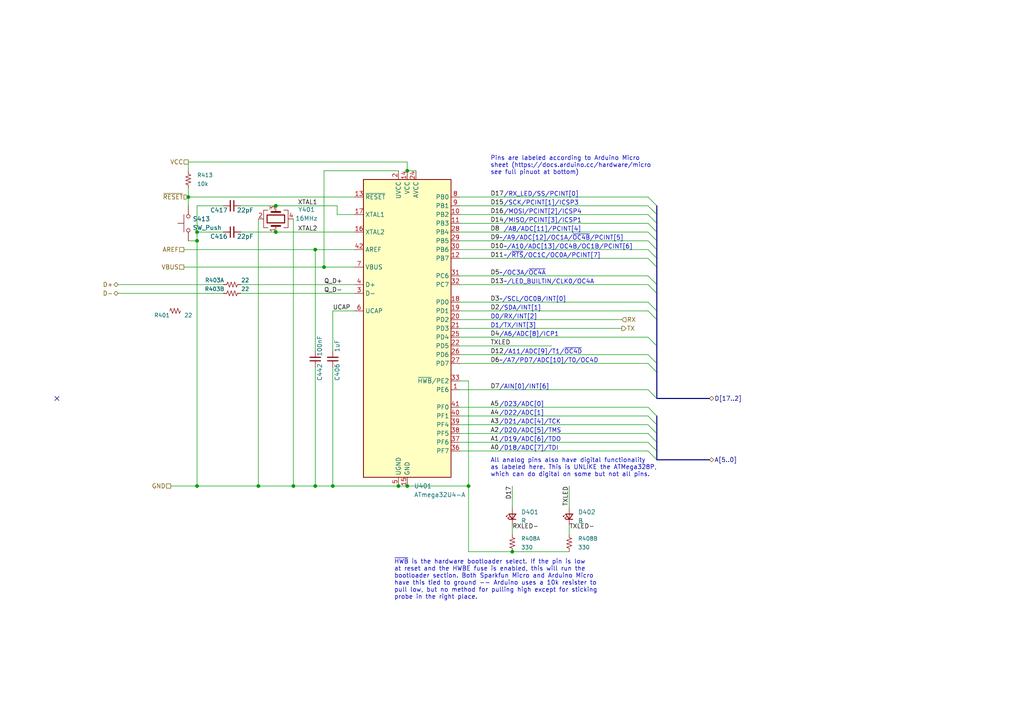
<source format=kicad_sch>
(kicad_sch (version 20230121) (generator eeschema)
  (paper "A4")
  (lib_symbols
    (symbol "Device:C_Small" (pin_numbers hide) (pin_names (offset 0.254) hide)
      (property "Reference" "C" (at 0.254 1.778 0))
      (property "Value" "C_Small" (at 0.254 -2.032 0))
      (symbol "C_Small_0_1"
        (polyline (pts (xy -1.524 -0.508) (xy 1.524 -0.508)) (stroke (width 0.3302)))
        (polyline (pts (xy -1.524 0.508) (xy 1.524 0.508)) (stroke (width 0.3048)))
      )
      (symbol "C_Small_1_1"
        (pin passive line (at 0 2.54 270) (length 2.032) (name "~") (number "1"))
        (pin passive line (at 0 -2.54 90) (length 2.032) (name "~") (number "2"))
      )
    )
    (symbol "Device:Crystal_GND24" (pin_names (offset 1.016) hide)
      (property "Reference" "Y" (at 3.175 5.08 0))
      (property "Value" "Crystal_GND24" (at 3.175 3.175 0))
      (symbol "Crystal_GND24_0_1"
        (rectangle (start -1.143 2.54) (end 1.143 -2.54) (stroke (width 0.3048)))
        (polyline (pts (xy -2.54 0) (xy -2.032 0)))
        (polyline (pts (xy -2.032 -1.27) (xy -2.032 1.27)) (stroke (width 0.508)))
        (polyline (pts (xy 0 -3.81) (xy 0 -3.556)))
        (polyline (pts (xy 0 3.556) (xy 0 3.81)))
        (polyline (pts (xy 2.032 -1.27) (xy 2.032 1.27)) (stroke (width 0.508)))
        (polyline (pts (xy 2.032 0) (xy 2.54 0)))
        (polyline (pts (xy -2.54 -2.286) (xy -2.54 -3.556) (xy 2.54 -3.556) (xy 2.54 -2.286)))
        (polyline (pts (xy -2.54 2.286) (xy -2.54 3.556) (xy 2.54 3.556) (xy 2.54 2.286)))
      )
      (symbol "Crystal_GND24_1_1"
        (pin passive line (at -3.81 0 0) (length 1.27) (name "1") (number "1"))
        (pin passive line (at 0 5.08 270) (length 1.27) (name "2") (number "2"))
        (pin passive line (at 3.81 0 180) (length 1.27) (name "3") (number "3"))
        (pin passive line (at 0 -5.08 90) (length 1.27) (name "4") (number "4"))
      )
    )
    (symbol "Device:LED_Small" (pin_numbers hide) (pin_names (offset 0.254) hide)
      (property "Reference" "D" (at -1.27 3.175 0))
      (property "Value" "LED_Small" (at -4.445 -2.54 0))
      (symbol "LED_Small_0_1"
        (polyline (pts (xy -0.762 -1.016) (xy -0.762 1.016)) (stroke (width 0.254)))
        (polyline (pts (xy 1.016 0) (xy -0.762 0)))
        (polyline (pts (xy 0.762 -1.016) (xy -0.762 0) (xy 0.762 1.016) (xy 0.762 -1.016)) (stroke (width 0.254)))
        (polyline (pts (xy 0 0.762) (xy -0.508 1.27) (xy -0.254 1.27) (xy -0.508 1.27) (xy -0.508 1.016)))
        (polyline (pts (xy 0.508 1.27) (xy 0 1.778) (xy 0.254 1.778) (xy 0 1.778) (xy 0 1.524)))
      )
      (symbol "LED_Small_1_1"
        (pin passive line (at -2.54 0 0) (length 1.778) (name "K") (number "1"))
        (pin passive line (at 2.54 0 180) (length 1.778) (name "A") (number "2"))
      )
    )
    (symbol "KwanSystems:RESISTOR" (pin_numbers hide) (pin_names (offset 1.016) hide)
      (property "Reference" "R" (at -1.27 1.27 0))
      (property "Value" "RESISTOR" (at -1.27 -2.54 0))
      (symbol "RESISTOR_0_1"
        (polyline (pts (xy 0 0) (xy -0.254 0.762) (xy -0.762 -0.762) (xy -1.27 0.762) (xy -1.524 0)))
        (polyline (pts (xy 0 0) (xy 0.254 -0.762) (xy 0.762 0.762) (xy 1.27 -0.762) (xy 1.524 0)))
      )
      (symbol "RESISTOR_1_1"
        (pin passive line (at -2.54 0 0) (length 0.9906) (name "1") (number "1"))
        (pin passive line (at 2.54 0 180) (length 0.9906) (name "2") (number "2"))
      )
    )
    (symbol "KwanSystems:RP2" (pin_numbers hide) (pin_names (offset 0) hide)
      (property "Reference" "R" (at -1.27 1.27 0))
      (property "Value" "RP2" (at -1.27 -2.54 0))
      (symbol "RP2_0_1"
        (polyline (pts (xy 0 0) (xy -0.254 0.762) (xy -0.762 -0.762) (xy -1.27 0.762) (xy -1.524 0)))
        (polyline (pts (xy 0 0) (xy 0.254 -0.762) (xy 0.762 0.762) (xy 1.27 -0.762) (xy 1.524 0)))
      )
      (symbol "RP2_1_1"
        (pin passive line (at -2.54 0 0) (length 0.9906) (name "4") (number "1"))
        (pin passive line (at 2.54 0 180) (length 0.9906) (name "3") (number "4"))
      )
      (symbol "RP2_2_1"
        (pin passive line (at -2.54 0 0) (length 0.9906) (name "4") (number "2"))
        (pin passive line (at 2.54 0 180) (length 0.9906) (name "3") (number "3"))
      )
    )
    (symbol "KwanSystems:RP4" (pin_numbers hide) (pin_names (offset 0) hide)
      (property "Reference" "R" (at -1.27 1.27 0))
      (property "Value" "RP4" (at -1.27 -2.54 0))
      (symbol "RP4_0_1"
        (polyline (pts (xy 0 0) (xy -0.254 0.762) (xy -0.762 -0.762) (xy -1.27 0.762) (xy -1.524 0)))
        (polyline (pts (xy 0 0) (xy 0.254 -0.762) (xy 0.762 0.762) (xy 1.27 -0.762) (xy 1.524 0)))
      )
      (symbol "RP4_1_1"
        (pin passive line (at -2.54 0 0) (length 0.9906) (name "4") (number "1"))
        (pin passive line (at 2.54 0 180) (length 0.9906) (name "5") (number "8"))
      )
      (symbol "RP4_2_1"
        (pin passive line (at -2.54 0 0) (length 0.9906) (name "4") (number "2"))
        (pin passive line (at 2.54 0 180) (length 0.9906) (name "5") (number "7"))
      )
      (symbol "RP4_3_1"
        (pin passive line (at -2.54 0 0) (length 0.9906) (name "4") (number "3"))
        (pin passive line (at 2.54 0 180) (length 0.9906) (name "5") (number "6"))
      )
      (symbol "RP4_4_1"
        (pin passive line (at -2.54 0 0) (length 0.9906) (name "4") (number "4"))
        (pin passive line (at 2.54 0 180) (length 0.9906) (name "5") (number "5"))
      )
    )
    (symbol "MCU_Microchip_ATmega:ATmega32U4-A"
      (property "Reference" "U" (at -12.7 44.45 0))
      (property "Value" "ATmega32U4-A" (at 2.54 -44.45 0))
      (symbol "ATmega32U4-A_0_1"
        (rectangle (start -12.7 -43.18) (end 12.7 43.18) (stroke (width 0.254)) (fill (type background)))
      )
      (symbol "ATmega32U4-A_1_1"
        (pin bidirectional line (at 15.24 -17.78 180) (length 2.54) (name "PE6") (number "1"))
        (pin bidirectional line (at 15.24 33.02 180) (length 2.54) (name "PB2") (number "10"))
        (pin bidirectional line (at 15.24 30.48 180) (length 2.54) (name "PB3") (number "11"))
        (pin bidirectional line (at 15.24 20.32 180) (length 2.54) (name "PB7") (number "12"))
        (pin input line (at -15.24 38.1 0) (length 2.54) (name "~{RESET}") (number "13"))
        (pin power_in line (at 0 45.72 270) (length 2.54) (name "VCC") (number "14"))
        (pin power_in line (at 0 -45.72 90) (length 2.54) (name "GND") (number "15"))
        (pin output line (at -15.24 27.94 0) (length 2.54) (name "XTAL2") (number "16"))
        (pin input line (at -15.24 33.02 0) (length 2.54) (name "XTAL1") (number "17"))
        (pin bidirectional line (at 15.24 7.62 180) (length 2.54) (name "PD0") (number "18"))
        (pin bidirectional line (at 15.24 5.08 180) (length 2.54) (name "PD1") (number "19"))
        (pin power_in line (at -2.54 45.72 270) (length 2.54) (name "UVCC") (number "2"))
        (pin bidirectional line (at 15.24 2.54 180) (length 2.54) (name "PD2") (number "20"))
        (pin bidirectional line (at 15.24 0 180) (length 2.54) (name "PD3") (number "21"))
        (pin bidirectional line (at 15.24 -5.08 180) (length 2.54) (name "PD5") (number "22"))
        (pin passive line (at 0 -45.72 90) (length 2.54) hide (name "GND") (number "23"))
        (pin power_in line (at 2.54 45.72 270) (length 2.54) (name "AVCC") (number "24"))
        (pin bidirectional line (at 15.24 -2.54 180) (length 2.54) (name "PD4") (number "25"))
        (pin bidirectional line (at 15.24 -7.62 180) (length 2.54) (name "PD6") (number "26"))
        (pin bidirectional line (at 15.24 -10.16 180) (length 2.54) (name "PD7") (number "27"))
        (pin bidirectional line (at 15.24 27.94 180) (length 2.54) (name "PB4") (number "28"))
        (pin bidirectional line (at 15.24 25.4 180) (length 2.54) (name "PB5") (number "29"))
        (pin bidirectional line (at -15.24 10.16 0) (length 2.54) (name "D-") (number "3"))
        (pin bidirectional line (at 15.24 22.86 180) (length 2.54) (name "PB6") (number "30"))
        (pin bidirectional line (at 15.24 15.24 180) (length 2.54) (name "PC6") (number "31"))
        (pin bidirectional line (at 15.24 12.7 180) (length 2.54) (name "PC7") (number "32"))
        (pin bidirectional line (at 15.24 -15.24 180) (length 2.54) (name "~{HWB}/PE2") (number "33"))
        (pin passive line (at 0 45.72 270) (length 2.54) hide (name "VCC") (number "34"))
        (pin passive line (at 0 -45.72 90) (length 2.54) hide (name "GND") (number "35"))
        (pin bidirectional line (at 15.24 -35.56 180) (length 2.54) (name "PF7") (number "36"))
        (pin bidirectional line (at 15.24 -33.02 180) (length 2.54) (name "PF6") (number "37"))
        (pin bidirectional line (at 15.24 -30.48 180) (length 2.54) (name "PF5") (number "38"))
        (pin bidirectional line (at 15.24 -27.94 180) (length 2.54) (name "PF4") (number "39"))
        (pin bidirectional line (at -15.24 12.7 0) (length 2.54) (name "D+") (number "4"))
        (pin bidirectional line (at 15.24 -25.4 180) (length 2.54) (name "PF1") (number "40"))
        (pin bidirectional line (at 15.24 -22.86 180) (length 2.54) (name "PF0") (number "41"))
        (pin passive line (at -15.24 22.86 0) (length 2.54) (name "AREF") (number "42"))
        (pin passive line (at 0 -45.72 90) (length 2.54) hide (name "GND") (number "43"))
        (pin passive line (at 2.54 45.72 270) (length 2.54) hide (name "AVCC") (number "44"))
        (pin passive line (at -2.54 -45.72 90) (length 2.54) (name "UGND") (number "5"))
        (pin passive line (at -15.24 5.08 0) (length 2.54) (name "UCAP") (number "6"))
        (pin input line (at -15.24 17.78 0) (length 2.54) (name "VBUS") (number "7"))
        (pin bidirectional line (at 15.24 38.1 180) (length 2.54) (name "PB0") (number "8"))
        (pin bidirectional line (at 15.24 35.56 180) (length 2.54) (name "PB1") (number "9"))
      )
    )
    (symbol "Switch:SW_Push" (pin_numbers hide) (pin_names (offset 1.016) hide)
      (property "Reference" "SW" (at 1.27 2.54 0))
      (property "Value" "SW_Push" (at 0 -1.524 0))
      (symbol "SW_Push_0_1"
        (circle (center -2.032 0) (radius 0.508))
        (polyline (pts (xy 0 1.27) (xy 0 3.048)))
        (polyline (pts (xy 2.54 1.27) (xy -2.54 1.27)))
        (circle (center 2.032 0) (radius 0.508))
        (pin passive line (at -5.08 0 0) (length 2.54) (name "1") (number "1"))
        (pin passive line (at 5.08 0 180) (length 2.54) (name "2") (number "2"))
      )
    )
  )
  (junction (at 91.44 140.97))
  (junction (at 57.15 67.31))
  (junction (at 91.44 72.39))
  (junction (at 118.11 140.97))
  (junction (at 80.01 67.31))
  (junction (at 93.98 77.47))
  (junction (at 74.93 140.97))
  (junction (at 85.09 140.97))
  (junction (at 118.11 49.53))
  (junction (at 80.01 59.69))
  (junction (at 135.89 140.97))
  (junction (at 54.61 57.15))
  (junction (at 57.15 140.97))
  (junction (at 96.52 140.97))
  (junction (at 148.59 160.02))
  (junction (at 115.57 140.97))
  (junction (at 57.15 69.85))
  (no_connect (at 16.51 115.57))
  (bus_entry (at 187.96 74.93) (size 2.54 2.54))
  (bus_entry (at 187.96 113.03) (size 2.54 2.54))
  (bus_entry (at 187.96 59.69) (size 2.54 2.54))
  (bus_entry (at 187.96 97.79) (size 2.54 2.54))
  (bus_entry (at 187.96 90.17) (size 2.54 2.54))
  (bus_entry (at 187.96 125.73) (size 2.54 2.54))
  (bus_entry (at 187.96 128.27) (size 2.54 2.54))
  (bus_entry (at 187.96 82.55) (size 2.54 2.54))
  (bus_entry (at 187.96 120.65) (size 2.54 2.54))
  (bus_entry (at 187.96 87.63) (size 2.54 2.54))
  (bus_entry (at 187.96 67.31) (size 2.54 2.54))
  (bus_entry (at 187.96 102.87) (size 2.54 2.54))
  (bus_entry (at 187.96 64.77) (size 2.54 2.54))
  (bus_entry (at 187.96 57.15) (size 2.54 2.54))
  (bus_entry (at 187.96 130.81) (size 2.54 2.54))
  (bus_entry (at 187.96 69.85) (size 2.54 2.54))
  (bus_entry (at 187.96 118.11) (size 2.54 2.54))
  (bus_entry (at 187.96 62.23) (size 2.54 2.54))
  (bus_entry (at 187.96 72.39) (size 2.54 2.54))
  (bus_entry (at 187.96 80.01) (size 2.54 2.54))
  (bus_entry (at 187.96 123.19) (size 2.54 2.54))
  (bus_entry (at 187.96 105.41) (size 2.54 2.54))
  (wire (pts (xy 91.44 101.6) (xy 91.44 72.39)))
  (wire (pts (xy 133.35 72.39) (xy 187.96 72.39)))
  (wire (pts (xy 115.57 49.53) (xy 93.98 49.53)))
  (wire (pts (xy 96.52 106.68) (xy 96.52 140.97)))
  (wire (pts (xy 96.52 90.17) (xy 96.52 101.6)))
  (wire (pts (xy 165.1 160.02) (xy 148.59 160.02)))
  (bus (pts (xy 190.5 62.23) (xy 190.5 64.77)))
  (wire (pts (xy 165.1 152.4) (xy 165.1 154.94)))
  (wire (pts (xy 133.35 123.19) (xy 187.96 123.19)))
  (wire (pts (xy 54.61 46.99) (xy 54.61 49.53)))
  (wire (pts (xy 133.35 87.63) (xy 187.96 87.63)))
  (wire (pts (xy 57.15 140.97) (xy 74.93 140.97)))
  (wire (pts (xy 102.87 57.15) (xy 54.61 57.15)))
  (wire (pts (xy 133.35 80.01) (xy 187.96 80.01)))
  (bus (pts (xy 190.5 115.57) (xy 205.74 115.57)))
  (wire (pts (xy 135.89 160.02) (xy 135.89 140.97)))
  (wire (pts (xy 133.35 110.49) (xy 135.89 110.49)))
  (wire (pts (xy 133.35 128.27) (xy 187.96 128.27)))
  (wire (pts (xy 133.35 82.55) (xy 187.96 82.55)))
  (wire (pts (xy 133.35 130.81) (xy 187.96 130.81)))
  (bus (pts (xy 190.5 133.35) (xy 205.74 133.35)))
  (bus (pts (xy 190.5 74.93) (xy 190.5 77.47)))
  (wire (pts (xy 102.87 90.17) (xy 96.52 90.17)))
  (wire (pts (xy 148.59 152.4) (xy 148.59 154.94)))
  (wire (pts (xy 118.11 49.53) (xy 118.11 46.99)))
  (wire (pts (xy 69.85 82.55) (xy 102.87 82.55)))
  (wire (pts (xy 74.93 63.5) (xy 74.93 140.97)))
  (wire (pts (xy 80.01 67.31) (xy 102.87 67.31)))
  (wire (pts (xy 133.35 113.03) (xy 187.96 113.03)))
  (wire (pts (xy 133.35 97.79) (xy 187.96 97.79)))
  (bus (pts (xy 190.5 69.85) (xy 190.5 72.39)))
  (wire (pts (xy 133.35 57.15) (xy 187.96 57.15)))
  (wire (pts (xy 93.98 49.53) (xy 93.98 77.47)))
  (wire (pts (xy 148.59 160.02) (xy 135.89 160.02)))
  (wire (pts (xy 53.34 77.47) (xy 93.98 77.47)))
  (wire (pts (xy 54.61 57.15) (xy 54.61 59.69)))
  (bus (pts (xy 190.5 92.71) (xy 190.5 100.33)))
  (wire (pts (xy 91.44 140.97) (xy 96.52 140.97)))
  (wire (pts (xy 85.09 63.5) (xy 85.09 140.97)))
  (bus (pts (xy 190.5 107.95) (xy 190.5 115.57)))
  (wire (pts (xy 54.61 54.61) (xy 54.61 57.15)))
  (bus (pts (xy 190.5 90.17) (xy 190.5 92.71)))
  (wire (pts (xy 148.59 140.97) (xy 148.59 147.32)))
  (bus (pts (xy 190.5 85.09) (xy 190.5 90.17)))
  (wire (pts (xy 133.35 59.69) (xy 187.96 59.69)))
  (bus (pts (xy 190.5 64.77) (xy 190.5 67.31)))
  (wire (pts (xy 133.35 120.65) (xy 187.96 120.65)))
  (bus (pts (xy 190.5 67.31) (xy 190.5 69.85)))
  (wire (pts (xy 74.93 140.97) (xy 85.09 140.97)))
  (wire (pts (xy 64.77 82.55) (xy 34.29 82.55)))
  (bus (pts (xy 190.5 59.69) (xy 190.5 62.23)))
  (bus (pts (xy 190.5 130.81) (xy 190.5 133.35)))
  (wire (pts (xy 133.35 62.23) (xy 187.96 62.23)))
  (wire (pts (xy 54.61 69.85) (xy 57.15 69.85)))
  (wire (pts (xy 54.61 46.99) (xy 118.11 46.99)))
  (wire (pts (xy 57.15 67.31) (xy 64.77 67.31)))
  (wire (pts (xy 133.35 67.31) (xy 187.96 67.31)))
  (wire (pts (xy 133.35 102.87) (xy 187.96 102.87)))
  (wire (pts (xy 133.35 100.33) (xy 160.02 100.33)))
  (wire (pts (xy 133.35 95.25) (xy 180.34 95.25)))
  (wire (pts (xy 69.85 85.09) (xy 102.87 85.09)))
  (wire (pts (xy 64.77 59.69) (xy 57.15 59.69)))
  (wire (pts (xy 135.89 110.49) (xy 135.89 140.97)))
  (wire (pts (xy 93.98 77.47) (xy 102.87 77.47)))
  (wire (pts (xy 69.85 67.31) (xy 80.01 67.31)))
  (wire (pts (xy 57.15 67.31) (xy 57.15 69.85)))
  (bus (pts (xy 190.5 77.47) (xy 190.5 82.55)))
  (wire (pts (xy 118.11 49.53) (xy 120.65 49.53)))
  (wire (pts (xy 91.44 106.68) (xy 91.44 140.97)))
  (bus (pts (xy 190.5 128.27) (xy 190.5 130.81)))
  (wire (pts (xy 133.35 69.85) (xy 187.96 69.85)))
  (wire (pts (xy 135.89 140.97) (xy 118.11 140.97)))
  (wire (pts (xy 165.1 140.97) (xy 165.1 147.32)))
  (wire (pts (xy 49.53 140.97) (xy 57.15 140.97)))
  (bus (pts (xy 190.5 125.73) (xy 190.5 128.27)))
  (wire (pts (xy 96.52 140.97) (xy 115.57 140.97)))
  (wire (pts (xy 57.15 69.85) (xy 57.15 140.97)))
  (wire (pts (xy 133.35 92.71) (xy 180.34 92.71)))
  (wire (pts (xy 97.79 62.23) (xy 97.79 59.69)))
  (bus (pts (xy 190.5 82.55) (xy 190.5 85.09)))
  (wire (pts (xy 133.35 74.93) (xy 187.96 74.93)))
  (bus (pts (xy 190.5 120.65) (xy 190.5 123.19)))
  (wire (pts (xy 133.35 64.77) (xy 187.96 64.77)))
  (wire (pts (xy 133.35 125.73) (xy 187.96 125.73)))
  (bus (pts (xy 190.5 123.19) (xy 190.5 125.73)))
  (wire (pts (xy 57.15 59.69) (xy 57.15 67.31)))
  (wire (pts (xy 53.34 72.39) (xy 91.44 72.39)))
  (wire (pts (xy 34.29 85.09) (xy 64.77 85.09)))
  (bus (pts (xy 190.5 105.41) (xy 190.5 107.95)))
  (bus (pts (xy 190.5 100.33) (xy 190.5 105.41)))
  (bus (pts (xy 190.5 72.39) (xy 190.5 74.93)))
  (wire (pts (xy 91.44 72.39) (xy 102.87 72.39)))
  (wire (pts (xy 133.35 105.41) (xy 187.96 105.41)))
  (wire (pts (xy 133.35 118.11) (xy 187.96 118.11)))
  (wire (pts (xy 115.57 140.97) (xy 118.11 140.97)))
  (wire (pts (xy 97.79 59.69) (xy 80.01 59.69)))
  (wire (pts (xy 133.35 90.17) (xy 187.96 90.17)))
  (wire (pts (xy 85.09 140.97) (xy 91.44 140.97)))
  (wire (pts (xy 69.85 59.69) (xy 80.01 59.69)))
  (wire (pts (xy 102.87 62.23) (xy 97.79 62.23)))
  (text "/A11/ADC[9]/T1/~{OC4D}" (at 146.05 102.87 0) (effects (font (size 1.27 1.27)) (justify left bottom)))
  (text "D0/RX/INT[2]" (at 142.24 92.71 0) (effects (font (size 1.27 1.27)) (justify left bottom)))
  (text "All analog pins also have digital functionality\nas labeled here. This is UNLIKE the ATMega328P,\nwhich can do digital on some but not all pins." (at 142.24 138.43 0) (effects (font (size 1.27 1.27)) (justify left bottom)))
  (text "~/OC3A/~{OC4A}" (at 144.78 80.01 0) (effects (font (size 1.27 1.27)) (justify left bottom)))
  (text "/D22/ADC[1]" (at 144.78 120.65 0) (effects (font (size 1.27 1.27)) (justify left bottom)))
  (text "/D21/ADC[4]/TCK" (at 144.78 123.19 0) (effects (font (size 1.27 1.27)) (justify left bottom)))
  (text "/AIN[0]/INT[6]" (at 144.78 113.03 0) (effects (font (size 1.27 1.27)) (justify left bottom)))
  (text "~/SCL/OC0B/INT[0]" (at 144.78 87.63 0) (effects (font (size 1.27 1.27)) (justify left bottom)))
  (text "/MISO/PCINT[3]/ICSP1" (at 146.05 64.77 0) (effects (font (size 1.27 1.27)) (justify left bottom)))
  (text "~/A10/ADC[13]/OC4B/OC1B/PCINT[6]" (at 146.05 72.39 0) (effects (font (size 1.27 1.27)) (justify left bottom)))
  (text "/A8/ADC[11]/PCINT[4]" (at 146.05 67.31 0) (effects (font (size 1.27 1.27)) (justify left bottom)))
  (text "~/~{RTS}/OC1C/OC0A/PCINT[7]" (at 146.05 74.93 0) (effects (font (size 1.27 1.27)) (justify left bottom)))
  (text "/RX_LED/SS/PCINT[0]" (at 146.05 57.15 0) (effects (font (size 1.27 1.27)) (justify left bottom)))
  (text "~/A9/ADC[12]/OC1A/~{OC4B}/PCINT[5]" (at 144.78 69.85 0) (effects (font (size 1.27 1.27)) (justify left bottom)))
  (text "/SCK/PCINT[1]/ICSP3" (at 146.05 59.69 0) (effects (font (size 1.27 1.27)) (justify left bottom)))
  (text "/D20/ADC[5]/TMS" (at 144.78 125.73 0) (effects (font (size 1.27 1.27)) (justify left bottom)))
  (text "~/A7/PD7/ADC[10]/T0/OC4D" (at 144.78 105.41 0) (effects (font (size 1.27 1.27)) (justify left bottom)))
  (text "/MOSI/PCINT[2]/ICSP4" (at 146.05 62.23 0) (effects (font (size 1.27 1.27)) (justify left bottom)))
  (text "Pins are labeled according to Arduino Micro\nsheet (https://docs.arduino.cc/hardware/micro\nsee full pinuot at bottom)" (at 142.24 50.8 0) (effects (font (size 1.27 1.27)) (justify left bottom)))
  (text "/A6/ADC[8]/ICP1" (at 144.78 97.79 0) (effects (font (size 1.27 1.27)) (justify left bottom)))
  (text "~/LED_BUILTIN/CLK0/OC4A" (at 146.05 82.55 0) (effects (font (size 1.27 1.27)) (justify left bottom)))
  (text "/SDA/INT[1]" (at 144.78 90.17 0) (effects (font (size 1.27 1.27)) (justify left bottom)))
  (text "/D18/ADC[7]/TDI" (at 144.78 130.81 0) (effects (font (size 1.27 1.27)) (justify left bottom)))
  (text "/D19/ADC[6]/TDO" (at 144.78 128.27 0) (effects (font (size 1.27 1.27)) (justify left bottom)))
  (text "~{HWB} is the hardware bootloader select. If the pin is low\nat reset and the HWBE fuse is enabled, this will run the\nbootloader section. Both Sparkfun Micro and Arduino Micro\nhave this tied to ground -- Arduino uses a 10k resister to\npull low, but no method for pulling high except for sticking\nprobe in the right place." (at 114.3 173.99 0) (effects (font (size 1.27 1.27)) (justify left bottom)))
  (text "/D23/ADC[0]" (at 144.78 118.11 0) (effects (font (size 1.27 1.27)) (justify left bottom)))
  (text "D1/TX/INT[3]" (at 142.24 95.25 0) (effects (font (size 1.27 1.27)) (justify left bottom)))
  (label "XTAL1" (at 86.36 59.69 0))
  (label "D12" (at 142.24 102.87 0))
  (label "XTAL2" (at 86.36 67.31 0))
  (label "D15" (at 142.24 59.69 0))
  (label "A1" (at 142.24 128.27 0))
  (label "TXLED-" (at 165.1 153.67 0))
  (label "UCAP" (at 96.52 90.17 0))
  (label "Q_D-" (at 93.98 85.09 0))
  (label "A3" (at 142.24 123.19 0))
  (label "A2" (at 142.24 125.73 0))
  (label "D17" (at 142.24 57.15 0))
  (label "A0" (at 142.24 130.81 0))
  (label "D8" (at 142.24 67.31 0))
  (label "D2" (at 142.24 90.17 0))
  (label "D11" (at 142.24 74.93 0))
  (label "D3" (at 142.24 87.63 0))
  (label "D6" (at 142.24 105.41 0))
  (label "D7" (at 142.24 113.03 0))
  (label "D13" (at 142.24 82.55 0))
  (label "TXLED" (at 165.1 140.97 270))
  (label "Q_D+" (at 93.98 82.55 0))
  (label "D5" (at 142.24 80.01 0))
  (label "D4" (at 142.24 97.79 0))
  (label "D14" (at 142.24 64.77 0))
  (label "RXLED-" (at 148.59 153.67 0))
  (label "A5" (at 142.24 118.11 0))
  (label "TXLED" (at 142.24 100.33 0))
  (label "D16" (at 142.24 62.23 0))
  (label "D10" (at 142.24 72.39 0))
  (label "A4" (at 142.24 120.65 0))
  (label "D9" (at 142.24 69.85 0))
  (label "D17" (at 148.59 140.97 270))
  (hierarchical_label "D+" (shape bidirectional) (at 34.29 82.55 180))
  (hierarchical_label "RX" (shape input) (at 180.34 92.71 0))
  (hierarchical_label "A[5..0]" (shape bidirectional) (at 205.74 133.35 0))
  (hierarchical_label "D[17..2]" (shape bidirectional) (at 205.74 115.57 0))
  (hierarchical_label "VBUS" (shape passive) (at 53.34 77.47 180))
  (hierarchical_label "GND" (shape passive) (at 49.53 140.97 180))
  (hierarchical_label "~{RESET}" (shape input) (at 54.61 57.15 180))
  (hierarchical_label "AREF" (shape passive) (at 53.34 72.39 180))
  (hierarchical_label "D-" (shape bidirectional) (at 34.29 85.09 180))
  (hierarchical_label "TX" (shape output) (at 180.34 95.25 0))
  (hierarchical_label "VCC" (shape passive) (at 54.61 46.99 180))
  (symbol (lib_id "Device:Crystal_GND24") (at 80.01 63.5 90) (unit 1)
    (property "Reference" "Y401" (at 88.9 60.8077 90))
    (property "Value" "16MHz" (at 88.9 63.3477 90))
    (property "Footprint" "Crystal:Crystal_SMD_3225-4Pin_3.2x2.5mm" (effects hide))
    (instances (project "Precision23" (path "" (reference "Y401") (unit 1))) (project "Naninator" (path "" (reference "Y407") (unit 1))))
  )
  (symbol (lib_id "Device:LED_Small") (at 148.59 149.86 90) (unit 1)
    (property "Reference" "D401" (at 151.13 148.5265 90) (effects (justify right)))
    (property "Value" "R" (at 151.13 151.0665 90) (effects (justify right)))
    (property "Footprint" "LED_SMD:LED_0603_1608Metric" (effects hide))
    (property "Digikey" "754-1123-1-ND" (effects hide))
    (property "Part Number" "APT1608SURCK" (effects hide))
  )
  (symbol (lib_id "Device:C_Small") (at 96.52 104.14 180) (unit 1)
    (property "Reference" "C406" (at 97.79 107.95 90))
    (property "Value" "1uF" (at 97.79 100.33 90))
    (property "Footprint" "Capacitor_SMD:C_0603_1608Metric" (effects hide))
  )
  (symbol (lib_id "KwanSystems:RESISTOR") (at 54.61 52.07 90) (unit 1)
    (property "Reference" "R413" (at 57.15 50.8 90) (effects (font (size 1.143 1.143)) (justify right)))
    (property "Value" "10k" (at 57.15 53.34 90) (effects (font (size 1.143 1.143)) (justify right)))
    (property "Footprint" "Resistor_SMD:R_0402_1005Metric" (effects hide))
  )
  (symbol (lib_id "MCU_Microchip_ATmega:ATmega32U4-A") (at 118.11 95.25 0) (unit 1)
    (property "Reference" "U401" (at 120.0659 140.97 0) (effects (justify left)))
    (property "Value" "ATmega32U4-A" (at 120.0659 143.51 0) (effects (justify left)))
    (property "Footprint" "Package_QFP:TQFP-44_10x10mm_P0.8mm" (effects hide))
    (property "Datasheet" "http://ww1.microchip.com/downloads/en/DeviceDoc/Atmel-7766-8-bit-AVR-ATmega16U4-32U4_Datasheet.pdf" (effects hide))
  )
  (symbol (lib_id "KwanSystems:RP2") (at 148.59 157.48 90) (unit 1)
    (property "Reference" "R408" (at 151.13 156.21 90) (effects (font (size 1.143 1.143)) (justify right)))
    (property "Value" "330" (at 151.13 158.75 90) (effects (font (size 1.143 1.143)) (justify right)))
    (property "Footprint" "KwanSystems:R_Array_Convex_2x0402" (effects hide))
    (instances (project "Precision23" (path "" (reference "R408") (unit 1))) (project "Naninator" (path "" (reference "R101") (unit 4))))
  )
  (symbol (lib_id "KwanSystems:RESISTOR") (at 50.8 90.17 0) (unit 2)
    (property "Reference" "R401" (at 46.99 91.44 0) (effects (font (size 1.143 1.143))))
    (property "Value" "22" (at 54.61 91.44 0) (effects (font (size 1.143 1.143))))
    (property "Footprint" "Resistor_SMD:R_0603_1608Metric" (effects hide))
    (instances (project "Precision23" (path "" (reference "R401") (unit 2))) (project "Naninator" (path "" (reference "R403") (unit 1))))
  )
  (symbol (lib_id "Device:C_Small") (at 67.31 59.69 270) (unit 1)
    (property "Reference" "C417" (at 63.5 60.96 90))
    (property "Value" "22pF" (at 71.12 60.96 90))
    (property "Footprint" "Capacitor_SMD:C_0603_1608Metric" (effects hide))
  )
  (symbol (lib_id "Switch:SW_Push") (at 54.61 64.77 90) (unit 1)
    (property "Reference" "S413" (at 55.88 63.5 90) (effects (justify right)))
    (property "Value" "SW_Push" (at 55.88 66.04 90) (effects (justify right)))
    (property "Footprint" "KwanSystems:SW_SPST_B3U-1000P" (effects hide))
  )
  (symbol (lib_id "KwanSystems:RP2") (at 165.1 157.48 90) (unit 2)
    (property "Reference" "R408" (at 167.64 156.21 90) (effects (font (size 1.143 1.143)) (justify right)))
    (property "Value" "330" (at 167.64 158.75 90) (effects (font (size 1.143 1.143)) (justify right)))
    (property "Footprint" "KwanSystems:R_Array_Convex_2x0402" (effects hide))
    (instances (project "Precision23" (path "" (reference "R408") (unit 2))) (project "Naninator" (path "" (reference "R101") (unit 3))))
  )
  (symbol (lib_id "Device:C_Small") (at 91.44 104.14 180) (unit 1)
    (property "Reference" "C442" (at 92.71 107.95 90))
    (property "Value" "100nF" (at 92.71 100.33 90))
    (property "Footprint" "Capacitor_SMD:C_0603_1608Metric" (effects hide))
  )
  (symbol (lib_id "KwanSystems:RP2") (at 67.31 85.09 0) (unit 2)
    (property "Reference" "R403" (at 62.23 83.82 0) (effects (font (size 1.143 1.143))))
    (property "Value" "22" (at 71.12 83.82 0) (effects (font (size 1.143 1.143))))
    (property "Footprint" "KwanSystems:R_Array_Convex_2x0402" (effects hide))
  )
  (symbol (lib_id "Device:LED_Small") (at 165.1 149.86 90) (unit 1)
    (property "Reference" "D402" (at 167.64 148.5265 90) (effects (justify right)))
    (property "Value" "B" (at 167.64 151.0665 90) (effects (justify right)))
    (property "Footprint" "LED_SMD:LED_0603_1608Metric" (effects hide))
    (property "Digikey" "754-1434-1-ND" (effects hide))
    (property "Part Number" "APT1608QBC/D" (effects hide))
  )
  (symbol (lib_id "Device:C_Small") (at 67.31 67.31 90) (unit 1)
    (property "Reference" "C416" (at 63.5 68.58 90))
    (property "Value" "22pF" (at 71.12 68.58 90))
    (property "Footprint" "Capacitor_SMD:C_0603_1608Metric" (effects hide))
  )
  (symbol (lib_id "KwanSystems:RP2") (at 67.31 82.55 0) (unit 1)
    (property "Reference" "R403" (at 62.23 81.28 0) (effects (font (size 1.143 1.143))))
    (property "Value" "22" (at 71.12 81.28 0) (effects (font (size 1.143 1.143))))
    (property "Footprint" "KwanSystems:R_Array_Convex_2x0402" (effects hide))
  )
)
</source>
